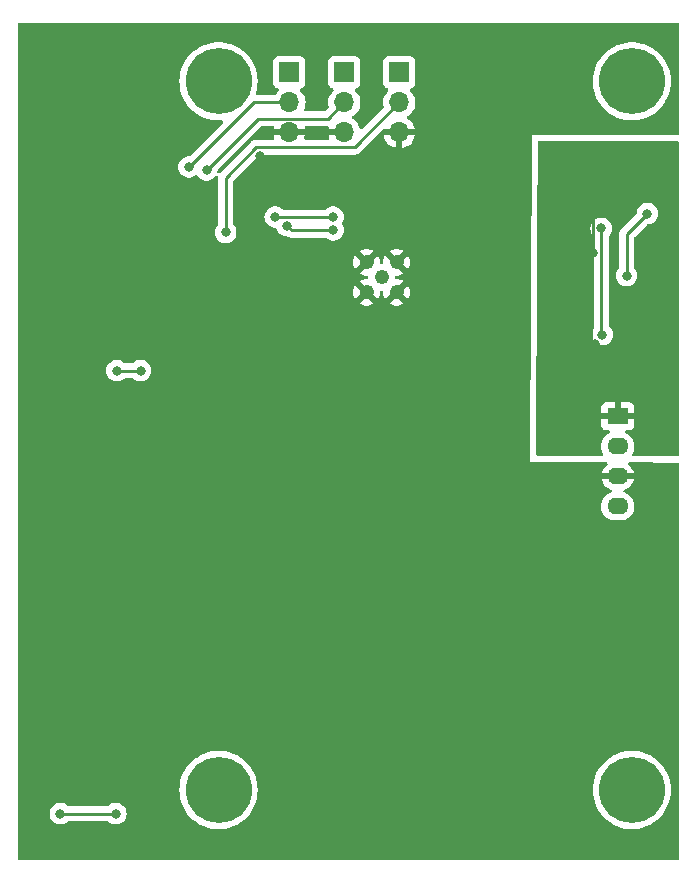
<source format=gbr>
%TF.GenerationSoftware,KiCad,Pcbnew,7.0.9*%
%TF.CreationDate,2024-10-15T17:16:27-06:00*%
%TF.ProjectId,i2c_mux,6932635f-6d75-4782-9e6b-696361645f70,rev?*%
%TF.SameCoordinates,Original*%
%TF.FileFunction,Copper,L2,Bot*%
%TF.FilePolarity,Positive*%
%FSLAX46Y46*%
G04 Gerber Fmt 4.6, Leading zero omitted, Abs format (unit mm)*
G04 Created by KiCad (PCBNEW 7.0.9) date 2024-10-15 17:16:27*
%MOMM*%
%LPD*%
G01*
G04 APERTURE LIST*
%TA.AperFunction,ComponentPad*%
%ADD10C,1.240000*%
%TD*%
%TA.AperFunction,ComponentPad*%
%ADD11R,1.800000X1.400000*%
%TD*%
%TA.AperFunction,ComponentPad*%
%ADD12O,1.800000X1.400000*%
%TD*%
%TA.AperFunction,ComponentPad*%
%ADD13C,5.600000*%
%TD*%
%TA.AperFunction,ComponentPad*%
%ADD14R,1.700000X1.700000*%
%TD*%
%TA.AperFunction,ComponentPad*%
%ADD15O,1.700000X1.700000*%
%TD*%
%TA.AperFunction,ViaPad*%
%ADD16C,0.800000*%
%TD*%
%TA.AperFunction,Conductor*%
%ADD17C,0.250000*%
%TD*%
G04 APERTURE END LIST*
D10*
%TO.P,J11,1,In*%
%TO.N,VCC*%
X118800000Y-81600000D03*
%TO.P,J11,2,Ext*%
%TO.N,GND*%
X117530000Y-80330000D03*
X117530000Y-82870000D03*
X120070000Y-80330000D03*
X120070000Y-82870000D03*
%TD*%
D11*
%TO.P,PS1,1,-Vin*%
%TO.N,GNDPWR*%
X138800000Y-93350000D03*
D12*
%TO.P,PS1,2,+Vin*%
%TO.N,Net-(PS1-+Vin)*%
X138800000Y-95890000D03*
%TO.P,PS1,3,0V*%
%TO.N,GND*%
X138800000Y-98430000D03*
%TO.P,PS1,4,+Vout*%
%TO.N,Net-(JP1-A)*%
X138800000Y-100970000D03*
%TD*%
D13*
%TO.P,H1,1*%
%TO.N,N/C*%
X105000000Y-65000000D03*
%TD*%
%TO.P,H2,1*%
%TO.N,N/C*%
X105000000Y-125000000D03*
%TD*%
%TO.P,H4,1*%
%TO.N,N/C*%
X140000000Y-65000000D03*
%TD*%
D14*
%TO.P,J12,1,Pin_1*%
%TO.N,VCC*%
X120300000Y-64250000D03*
D15*
%TO.P,J12,2,Pin_2*%
%TO.N,Net-(J12-Pin_2)*%
X120300000Y-66790000D03*
%TO.P,J12,3,Pin_3*%
%TO.N,GND*%
X120300000Y-69330000D03*
%TD*%
D13*
%TO.P,H3,1*%
%TO.N,N/C*%
X140000000Y-125000000D03*
%TD*%
D14*
%TO.P,J13,1,Pin_1*%
%TO.N,VCC*%
X111000000Y-64250000D03*
D15*
%TO.P,J13,2,Pin_2*%
%TO.N,Net-(J13-Pin_2)*%
X111000000Y-66790000D03*
%TO.P,J13,3,Pin_3*%
%TO.N,GND*%
X111000000Y-69330000D03*
%TD*%
D14*
%TO.P,J14,1,Pin_1*%
%TO.N,VCC*%
X115650000Y-64250000D03*
D15*
%TO.P,J14,2,Pin_2*%
%TO.N,Net-(J14-Pin_2)*%
X115650000Y-66790000D03*
%TO.P,J14,3,Pin_3*%
%TO.N,GND*%
X115650000Y-69330000D03*
%TD*%
D16*
%TO.N,GND*%
X94700000Y-89300000D03*
X105400000Y-103400000D03*
X94500000Y-71400000D03*
X94700000Y-125000000D03*
X94700000Y-98200000D03*
X94700000Y-107100000D03*
X102800000Y-95800000D03*
X106750000Y-76000000D03*
X125850000Y-74700000D03*
X94700000Y-116100000D03*
X108500000Y-71300000D03*
X94500000Y-80300000D03*
X94500000Y-62500000D03*
%TO.N,GNDPWR*%
X136675000Y-79550000D03*
X136900000Y-87250000D03*
X140570000Y-71560000D03*
X136700000Y-73950000D03*
%TO.N,VD*%
X137400000Y-77450000D03*
X137500000Y-86450000D03*
%TO.N,/Sheet626DA5AD/scl_in*%
X141300000Y-76200000D03*
X139550000Y-81450000D03*
%TO.N,/Sheet626DA5AD/scl*%
X110800000Y-77224500D03*
X114700000Y-77600000D03*
%TO.N,/Sheet626DA5AD/sda*%
X109800000Y-76500000D03*
X114700000Y-76500000D03*
%TO.N,Net-(J1-SDA)*%
X96300000Y-127000000D03*
X91600000Y-127000000D03*
%TO.N,Net-(J2-SDA)*%
X96400000Y-89500000D03*
X98400000Y-89500000D03*
%TO.N,Net-(J12-Pin_2)*%
X105600000Y-77800000D03*
%TO.N,Net-(J13-Pin_2)*%
X102500000Y-72250000D03*
%TO.N,Net-(J14-Pin_2)*%
X104000000Y-72500000D03*
%TD*%
D17*
%TO.N,GND*%
X94700000Y-98200000D02*
X94700000Y-107100000D01*
X94700000Y-125000000D02*
X94700000Y-116100000D01*
X94500000Y-71400000D02*
X94500000Y-80300000D01*
X94700000Y-107100000D02*
X94700000Y-116100000D01*
X94700000Y-89300000D02*
X94700000Y-98200000D01*
X94500000Y-80300000D02*
X94500000Y-89100000D01*
X94500000Y-62500000D02*
X94500000Y-71400000D01*
X94500000Y-89100000D02*
X94700000Y-89300000D01*
%TO.N,GNDPWR*%
X136900000Y-87250000D02*
X136500001Y-86850001D01*
X136500001Y-79724999D02*
X136675000Y-79550000D01*
X136675000Y-79550000D02*
X136675000Y-73975000D01*
X136675000Y-73975000D02*
X136700000Y-73950000D01*
X136500001Y-86850001D02*
X136500001Y-79724999D01*
%TO.N,VD*%
X137400000Y-77450000D02*
X137400000Y-86350000D01*
X137400000Y-86350000D02*
X137500000Y-86450000D01*
%TO.N,/Sheet626DA5AD/scl_in*%
X139550000Y-77950000D02*
X139550000Y-81450000D01*
X141300000Y-76200000D02*
X139550000Y-77950000D01*
%TO.N,/Sheet626DA5AD/scl*%
X111175500Y-77600000D02*
X114700000Y-77600000D01*
X110800000Y-77224500D02*
X111175500Y-77600000D01*
%TO.N,/Sheet626DA5AD/sda*%
X109800000Y-76500000D02*
X114700000Y-76500000D01*
%TO.N,Net-(J1-SDA)*%
X96300000Y-127000000D02*
X91600000Y-127000000D01*
%TO.N,Net-(J2-SDA)*%
X98400000Y-89500000D02*
X96400000Y-89500000D01*
%TO.N,Net-(J12-Pin_2)*%
X108199695Y-70575000D02*
X105600000Y-73174695D01*
X120300000Y-66790000D02*
X116515000Y-70575000D01*
X116515000Y-70575000D02*
X108199695Y-70575000D01*
X105600000Y-73174695D02*
X105600000Y-77800000D01*
%TO.N,Net-(J13-Pin_2)*%
X107960000Y-66790000D02*
X102500000Y-72250000D01*
X111000000Y-66790000D02*
X107960000Y-66790000D01*
%TO.N,Net-(J14-Pin_2)*%
X108345000Y-68155000D02*
X114285000Y-68155000D01*
X114285000Y-68155000D02*
X115650000Y-66790000D01*
X104000000Y-72500000D02*
X108345000Y-68155000D01*
%TD*%
%TA.AperFunction,Conductor*%
%TO.N,GND*%
G36*
X109652910Y-68808185D02*
G01*
X109698665Y-68860989D01*
X109708609Y-68930147D01*
X109705646Y-68944594D01*
X109669364Y-69079999D01*
X109669364Y-69080000D01*
X110566314Y-69080000D01*
X110540507Y-69120156D01*
X110500000Y-69258111D01*
X110500000Y-69401889D01*
X110540507Y-69539844D01*
X110566314Y-69580000D01*
X109669364Y-69580000D01*
X109724403Y-69785406D01*
X109722740Y-69855256D01*
X109683578Y-69913119D01*
X109619349Y-69940623D01*
X109604628Y-69941500D01*
X108283326Y-69941500D01*
X108267574Y-69939760D01*
X108267549Y-69940032D01*
X108259787Y-69939298D01*
X108259786Y-69939298D01*
X108189723Y-69941500D01*
X108159839Y-69941500D01*
X108159836Y-69941500D01*
X108159824Y-69941501D01*
X108152832Y-69942384D01*
X108147015Y-69942841D01*
X108099809Y-69944325D01*
X108099802Y-69944326D01*
X108080195Y-69950022D01*
X108061156Y-69953965D01*
X108040906Y-69956524D01*
X108040896Y-69956526D01*
X107996986Y-69973911D01*
X107991460Y-69975803D01*
X107946107Y-69988979D01*
X107946102Y-69988981D01*
X107928528Y-69999374D01*
X107911067Y-70007928D01*
X107892081Y-70015446D01*
X107892079Y-70015447D01*
X107853867Y-70043208D01*
X107848985Y-70046415D01*
X107808332Y-70070457D01*
X107793896Y-70084894D01*
X107779110Y-70097523D01*
X107762588Y-70109528D01*
X107762586Y-70109529D01*
X107762586Y-70109530D01*
X107762583Y-70109532D01*
X107732475Y-70145925D01*
X107728544Y-70150246D01*
X105211179Y-72667609D01*
X105198820Y-72677513D01*
X105198993Y-72677722D01*
X105192983Y-72682694D01*
X105145016Y-72733773D01*
X105123872Y-72754917D01*
X105123858Y-72754933D01*
X105119533Y-72760507D01*
X105115753Y-72764933D01*
X105108898Y-72772234D01*
X105048662Y-72807637D01*
X104978847Y-72804854D01*
X104921621Y-72764768D01*
X104895151Y-72700107D01*
X104895172Y-72674409D01*
X104910981Y-72523997D01*
X104937564Y-72459387D01*
X104946611Y-72449291D01*
X108571086Y-68824819D01*
X108632409Y-68791334D01*
X108658767Y-68788500D01*
X109585871Y-68788500D01*
X109652910Y-68808185D01*
G37*
%TD.AperFunction*%
%TA.AperFunction,Conductor*%
G36*
X114217113Y-68790238D02*
G01*
X114217139Y-68789968D01*
X114224905Y-68790701D01*
X114224909Y-68790702D01*
X114231455Y-68790496D01*
X114299080Y-68808064D01*
X114346472Y-68859405D01*
X114358584Y-68928216D01*
X114355127Y-68946528D01*
X114319363Y-69079999D01*
X114319364Y-69080000D01*
X115216314Y-69080000D01*
X115190507Y-69120156D01*
X115150000Y-69258111D01*
X115150000Y-69401889D01*
X115190507Y-69539844D01*
X115216314Y-69580000D01*
X114319364Y-69580000D01*
X114374403Y-69785406D01*
X114372740Y-69855256D01*
X114333578Y-69913119D01*
X114269349Y-69940623D01*
X114254628Y-69941500D01*
X112395372Y-69941500D01*
X112328333Y-69921815D01*
X112282578Y-69869011D01*
X112272634Y-69799853D01*
X112275597Y-69785406D01*
X112330636Y-69580000D01*
X111433686Y-69580000D01*
X111459493Y-69539844D01*
X111500000Y-69401889D01*
X111500000Y-69258111D01*
X111459493Y-69120156D01*
X111433686Y-69080000D01*
X112330636Y-69080000D01*
X112330635Y-69079999D01*
X112294354Y-68944594D01*
X112296017Y-68874744D01*
X112335179Y-68816881D01*
X112399408Y-68789377D01*
X112414129Y-68788500D01*
X114201366Y-68788500D01*
X114217113Y-68790238D01*
G37*
%TD.AperFunction*%
%TA.AperFunction,Conductor*%
G36*
X143917539Y-60045185D02*
G01*
X143963294Y-60097989D01*
X143974500Y-60149500D01*
X143974500Y-69426000D01*
X143954815Y-69493039D01*
X143902011Y-69538794D01*
X143850500Y-69550000D01*
X131499999Y-69550000D01*
X131349999Y-97199998D01*
X131350000Y-97200000D01*
X137813494Y-97241432D01*
X137880406Y-97261545D01*
X137925821Y-97314642D01*
X137935321Y-97383862D01*
X137905890Y-97447231D01*
X137887426Y-97464383D01*
X137788100Y-97539391D01*
X137638278Y-97703738D01*
X137521202Y-97892820D01*
X137521201Y-97892822D01*
X137440864Y-98100195D01*
X137425948Y-98180000D01*
X138366314Y-98180000D01*
X138340507Y-98220156D01*
X138300000Y-98358111D01*
X138300000Y-98501889D01*
X138340507Y-98639844D01*
X138366314Y-98680000D01*
X137425948Y-98680000D01*
X137440864Y-98759804D01*
X137521201Y-98967177D01*
X137521202Y-98967179D01*
X137638278Y-99156261D01*
X137788099Y-99320608D01*
X137965574Y-99454631D01*
X138164651Y-99553760D01*
X138164650Y-99553760D01*
X138243457Y-99576182D01*
X138302551Y-99613461D01*
X138332109Y-99676770D01*
X138322748Y-99746010D01*
X138277438Y-99799197D01*
X138242514Y-99814980D01*
X138173653Y-99833984D01*
X138173643Y-99833988D01*
X137977659Y-99928368D01*
X137977649Y-99928374D01*
X137801672Y-100056229D01*
X137801664Y-100056235D01*
X137651338Y-100213464D01*
X137531498Y-100395016D01*
X137531495Y-100395022D01*
X137446004Y-100595035D01*
X137446000Y-100595048D01*
X137397596Y-100807119D01*
X137397596Y-100807123D01*
X137387837Y-101024438D01*
X137417037Y-101240004D01*
X137417038Y-101240007D01*
X137484259Y-101446892D01*
X137587339Y-101638447D01*
X137587341Y-101638450D01*
X137722969Y-101808522D01*
X137886786Y-101951646D01*
X137886787Y-101951647D01*
X137886790Y-101951649D01*
X138073532Y-102063222D01*
X138277195Y-102139658D01*
X138491229Y-102178500D01*
X138491233Y-102178500D01*
X139054270Y-102178500D01*
X139054276Y-102178500D01*
X139206579Y-102164792D01*
X139216659Y-102163885D01*
X139426341Y-102106017D01*
X139426346Y-102106014D01*
X139426353Y-102106013D01*
X139622344Y-102011629D01*
X139798333Y-101883766D01*
X139948663Y-101726533D01*
X140068501Y-101544985D01*
X140153998Y-101344957D01*
X140202404Y-101132877D01*
X140212163Y-100915562D01*
X140182963Y-100699996D01*
X140115741Y-100493109D01*
X140012659Y-100301550D01*
X139942415Y-100213467D01*
X139877030Y-100131477D01*
X139713213Y-99988353D01*
X139612815Y-99928368D01*
X139526468Y-99876778D01*
X139460734Y-99852107D01*
X139350171Y-99810612D01*
X139294323Y-99768626D01*
X139270040Y-99703112D01*
X139285032Y-99634870D01*
X139334538Y-99585565D01*
X139359810Y-99575252D01*
X139435347Y-99553761D01*
X139435348Y-99553760D01*
X139634425Y-99454631D01*
X139811900Y-99320608D01*
X139961721Y-99156261D01*
X140078797Y-98967179D01*
X140078798Y-98967177D01*
X140159135Y-98759804D01*
X140174052Y-98680000D01*
X139233686Y-98680000D01*
X139259493Y-98639844D01*
X139300000Y-98501889D01*
X139300000Y-98358111D01*
X139259493Y-98220156D01*
X139233686Y-98180000D01*
X140174052Y-98180000D01*
X140159135Y-98100195D01*
X140078798Y-97892822D01*
X140078797Y-97892820D01*
X139961721Y-97703738D01*
X139811899Y-97539391D01*
X139729477Y-97477148D01*
X139687841Y-97421039D01*
X139683150Y-97351327D01*
X139716892Y-97290145D01*
X139778356Y-97256918D01*
X139804987Y-97254198D01*
X143851297Y-97280135D01*
X143918207Y-97300248D01*
X143963622Y-97353345D01*
X143974500Y-97404132D01*
X143974500Y-130850500D01*
X143954815Y-130917539D01*
X143902011Y-130963294D01*
X143850500Y-130974500D01*
X88149500Y-130974500D01*
X88082461Y-130954815D01*
X88036706Y-130902011D01*
X88025500Y-130850500D01*
X88025500Y-127000000D01*
X90686496Y-127000000D01*
X90706458Y-127189928D01*
X90706459Y-127189931D01*
X90765470Y-127371549D01*
X90765473Y-127371556D01*
X90860960Y-127536944D01*
X90988747Y-127678866D01*
X91143248Y-127791118D01*
X91317712Y-127868794D01*
X91504513Y-127908500D01*
X91695487Y-127908500D01*
X91882288Y-127868794D01*
X92056752Y-127791118D01*
X92211253Y-127678866D01*
X92215160Y-127674527D01*
X92274646Y-127637879D01*
X92307309Y-127633500D01*
X95592691Y-127633500D01*
X95659730Y-127653185D01*
X95684840Y-127674527D01*
X95688747Y-127678866D01*
X95843248Y-127791118D01*
X96017712Y-127868794D01*
X96204513Y-127908500D01*
X96395487Y-127908500D01*
X96582288Y-127868794D01*
X96756752Y-127791118D01*
X96911253Y-127678866D01*
X97039040Y-127536944D01*
X97134527Y-127371556D01*
X97193542Y-127189928D01*
X97213504Y-127000000D01*
X97193542Y-126810072D01*
X97134527Y-126628444D01*
X97039040Y-126463056D01*
X96911253Y-126321134D01*
X96756752Y-126208882D01*
X96582288Y-126131206D01*
X96582286Y-126131205D01*
X96395487Y-126091500D01*
X96204513Y-126091500D01*
X96017714Y-126131205D01*
X95843246Y-126208883D01*
X95688745Y-126321135D01*
X95684840Y-126325473D01*
X95625354Y-126362121D01*
X95592691Y-126366500D01*
X92307309Y-126366500D01*
X92240270Y-126346815D01*
X92215160Y-126325473D01*
X92211254Y-126321135D01*
X92056753Y-126208883D01*
X92056752Y-126208882D01*
X91882288Y-126131206D01*
X91882286Y-126131205D01*
X91695487Y-126091500D01*
X91504513Y-126091500D01*
X91317714Y-126131205D01*
X91143246Y-126208883D01*
X90988745Y-126321135D01*
X90860959Y-126463057D01*
X90765473Y-126628443D01*
X90765470Y-126628450D01*
X90706459Y-126810068D01*
X90706458Y-126810072D01*
X90686496Y-127000000D01*
X88025500Y-127000000D01*
X88025500Y-125000002D01*
X101686641Y-125000002D01*
X101706063Y-125358234D01*
X101764106Y-125712279D01*
X101764107Y-125712282D01*
X101860082Y-126057955D01*
X101860083Y-126057957D01*
X101992872Y-126391233D01*
X101992881Y-126391251D01*
X102160928Y-126708220D01*
X102160929Y-126708223D01*
X102362256Y-127005157D01*
X102362264Y-127005167D01*
X102519204Y-127189931D01*
X102594516Y-127278595D01*
X102854977Y-127525317D01*
X103140586Y-127742431D01*
X103447995Y-127927393D01*
X103447997Y-127927394D01*
X103447999Y-127927395D01*
X103448003Y-127927397D01*
X103773588Y-128078028D01*
X103773599Y-128078033D01*
X104113583Y-128192587D01*
X104463958Y-128269711D01*
X104820618Y-128308500D01*
X104820624Y-128308500D01*
X105179376Y-128308500D01*
X105179382Y-128308500D01*
X105536042Y-128269711D01*
X105886417Y-128192587D01*
X106226401Y-128078033D01*
X106552005Y-127927393D01*
X106859414Y-127742431D01*
X107145023Y-127525317D01*
X107405484Y-127278595D01*
X107637742Y-127005159D01*
X107839075Y-126708215D01*
X108007123Y-126391243D01*
X108139915Y-126057961D01*
X108235895Y-125712274D01*
X108293936Y-125358237D01*
X108313359Y-125000002D01*
X136686641Y-125000002D01*
X136706063Y-125358234D01*
X136764106Y-125712279D01*
X136764107Y-125712282D01*
X136860082Y-126057955D01*
X136860083Y-126057957D01*
X136992872Y-126391233D01*
X136992881Y-126391251D01*
X137160928Y-126708220D01*
X137160929Y-126708223D01*
X137362256Y-127005157D01*
X137362264Y-127005167D01*
X137519204Y-127189931D01*
X137594516Y-127278595D01*
X137854977Y-127525317D01*
X138140586Y-127742431D01*
X138447995Y-127927393D01*
X138447997Y-127927394D01*
X138447999Y-127927395D01*
X138448003Y-127927397D01*
X138773588Y-128078028D01*
X138773599Y-128078033D01*
X139113583Y-128192587D01*
X139463958Y-128269711D01*
X139820618Y-128308500D01*
X139820624Y-128308500D01*
X140179376Y-128308500D01*
X140179382Y-128308500D01*
X140536042Y-128269711D01*
X140886417Y-128192587D01*
X141226401Y-128078033D01*
X141552005Y-127927393D01*
X141859414Y-127742431D01*
X142145023Y-127525317D01*
X142405484Y-127278595D01*
X142637742Y-127005159D01*
X142839075Y-126708215D01*
X143007123Y-126391243D01*
X143139915Y-126057961D01*
X143235895Y-125712274D01*
X143293936Y-125358237D01*
X143313359Y-125000000D01*
X143293936Y-124641763D01*
X143235895Y-124287726D01*
X143192673Y-124132057D01*
X143139917Y-123942044D01*
X143139916Y-123942042D01*
X143007127Y-123608766D01*
X143007118Y-123608748D01*
X142839075Y-123291785D01*
X142839071Y-123291779D01*
X142839070Y-123291776D01*
X142637743Y-122994842D01*
X142637735Y-122994832D01*
X142405491Y-122721413D01*
X142405486Y-122721407D01*
X142405484Y-122721405D01*
X142145023Y-122474683D01*
X142145016Y-122474677D01*
X142145013Y-122474675D01*
X142077266Y-122423175D01*
X141859414Y-122257569D01*
X141552005Y-122072607D01*
X141552004Y-122072606D01*
X141552000Y-122072604D01*
X141551996Y-122072602D01*
X141226411Y-121921971D01*
X141226406Y-121921969D01*
X141226401Y-121921967D01*
X141060678Y-121866128D01*
X140886416Y-121807412D01*
X140536040Y-121730288D01*
X140179383Y-121691500D01*
X140179382Y-121691500D01*
X139820618Y-121691500D01*
X139820616Y-121691500D01*
X139463959Y-121730288D01*
X139113583Y-121807412D01*
X138850768Y-121895965D01*
X138773599Y-121921967D01*
X138773596Y-121921968D01*
X138773588Y-121921971D01*
X138448003Y-122072602D01*
X138447999Y-122072604D01*
X138219061Y-122210351D01*
X138140586Y-122257569D01*
X138052060Y-122324864D01*
X137854986Y-122474675D01*
X137854977Y-122474683D01*
X137594513Y-122721407D01*
X137594508Y-122721413D01*
X137362264Y-122994832D01*
X137362256Y-122994842D01*
X137160929Y-123291776D01*
X137160928Y-123291779D01*
X136992881Y-123608748D01*
X136992872Y-123608766D01*
X136860083Y-123942042D01*
X136860082Y-123942044D01*
X136764107Y-124287717D01*
X136764106Y-124287720D01*
X136706063Y-124641765D01*
X136686641Y-124999997D01*
X136686641Y-125000002D01*
X108313359Y-125000002D01*
X108313359Y-125000000D01*
X108293936Y-124641763D01*
X108235895Y-124287726D01*
X108192673Y-124132057D01*
X108139917Y-123942044D01*
X108139916Y-123942042D01*
X108007127Y-123608766D01*
X108007118Y-123608748D01*
X107839075Y-123291785D01*
X107839071Y-123291779D01*
X107839070Y-123291776D01*
X107637743Y-122994842D01*
X107637735Y-122994832D01*
X107405491Y-122721413D01*
X107405486Y-122721407D01*
X107405484Y-122721405D01*
X107145023Y-122474683D01*
X107145016Y-122474677D01*
X107145013Y-122474675D01*
X107077266Y-122423175D01*
X106859414Y-122257569D01*
X106552005Y-122072607D01*
X106552004Y-122072606D01*
X106552000Y-122072604D01*
X106551996Y-122072602D01*
X106226411Y-121921971D01*
X106226406Y-121921969D01*
X106226401Y-121921967D01*
X106060678Y-121866128D01*
X105886416Y-121807412D01*
X105536040Y-121730288D01*
X105179383Y-121691500D01*
X105179382Y-121691500D01*
X104820618Y-121691500D01*
X104820616Y-121691500D01*
X104463959Y-121730288D01*
X104113583Y-121807412D01*
X103850768Y-121895965D01*
X103773599Y-121921967D01*
X103773596Y-121921968D01*
X103773588Y-121921971D01*
X103448003Y-122072602D01*
X103447999Y-122072604D01*
X103219061Y-122210351D01*
X103140586Y-122257569D01*
X103052060Y-122324864D01*
X102854986Y-122474675D01*
X102854977Y-122474683D01*
X102594513Y-122721407D01*
X102594508Y-122721413D01*
X102362264Y-122994832D01*
X102362256Y-122994842D01*
X102160929Y-123291776D01*
X102160928Y-123291779D01*
X101992881Y-123608748D01*
X101992872Y-123608766D01*
X101860083Y-123942042D01*
X101860082Y-123942044D01*
X101764107Y-124287717D01*
X101764106Y-124287720D01*
X101706063Y-124641765D01*
X101686641Y-124999997D01*
X101686641Y-125000002D01*
X88025500Y-125000002D01*
X88025500Y-89500000D01*
X95486496Y-89500000D01*
X95506458Y-89689928D01*
X95506459Y-89689931D01*
X95565470Y-89871549D01*
X95565473Y-89871556D01*
X95660960Y-90036944D01*
X95788747Y-90178866D01*
X95943248Y-90291118D01*
X96117712Y-90368794D01*
X96304513Y-90408500D01*
X96495487Y-90408500D01*
X96682288Y-90368794D01*
X96856752Y-90291118D01*
X97011253Y-90178866D01*
X97015160Y-90174527D01*
X97074646Y-90137879D01*
X97107309Y-90133500D01*
X97692691Y-90133500D01*
X97759730Y-90153185D01*
X97784840Y-90174527D01*
X97788747Y-90178866D01*
X97943248Y-90291118D01*
X98117712Y-90368794D01*
X98304513Y-90408500D01*
X98495487Y-90408500D01*
X98682288Y-90368794D01*
X98856752Y-90291118D01*
X99011253Y-90178866D01*
X99139040Y-90036944D01*
X99234527Y-89871556D01*
X99293542Y-89689928D01*
X99313504Y-89500000D01*
X99293542Y-89310072D01*
X99234527Y-89128444D01*
X99139040Y-88963056D01*
X99011253Y-88821134D01*
X98856752Y-88708882D01*
X98682288Y-88631206D01*
X98682286Y-88631205D01*
X98495487Y-88591500D01*
X98304513Y-88591500D01*
X98117714Y-88631205D01*
X97943246Y-88708883D01*
X97788745Y-88821135D01*
X97784840Y-88825473D01*
X97725354Y-88862121D01*
X97692691Y-88866500D01*
X97107309Y-88866500D01*
X97040270Y-88846815D01*
X97015160Y-88825473D01*
X97011254Y-88821135D01*
X96856753Y-88708883D01*
X96856752Y-88708882D01*
X96682288Y-88631206D01*
X96682286Y-88631205D01*
X96495487Y-88591500D01*
X96304513Y-88591500D01*
X96117714Y-88631205D01*
X95943246Y-88708883D01*
X95788745Y-88821135D01*
X95660959Y-88963057D01*
X95565473Y-89128443D01*
X95565470Y-89128450D01*
X95506459Y-89310068D01*
X95506458Y-89310072D01*
X95486496Y-89500000D01*
X88025500Y-89500000D01*
X88025500Y-82870000D01*
X116405202Y-82870000D01*
X116424353Y-83076676D01*
X116481158Y-83276327D01*
X116573673Y-83462123D01*
X116573681Y-83462136D01*
X116578254Y-83468191D01*
X117114565Y-82931880D01*
X117125577Y-83001405D01*
X117185978Y-83119947D01*
X117280053Y-83214022D01*
X117398595Y-83274423D01*
X117468118Y-83285434D01*
X116934785Y-83818767D01*
X116934785Y-83818768D01*
X117028625Y-83876872D01*
X117028634Y-83876877D01*
X117222186Y-83951859D01*
X117426219Y-83990000D01*
X117633781Y-83990000D01*
X117837813Y-83951859D01*
X117837814Y-83951859D01*
X118031370Y-83876875D01*
X118125214Y-83818768D01*
X118125214Y-83818767D01*
X117591881Y-83285434D01*
X117661405Y-83274423D01*
X117779947Y-83214022D01*
X117874022Y-83119947D01*
X117934423Y-83001405D01*
X117945434Y-82931880D01*
X118481744Y-83468190D01*
X118481745Y-83468190D01*
X118486324Y-83462127D01*
X118486326Y-83462124D01*
X118578840Y-83276330D01*
X118578841Y-83276329D01*
X118635646Y-83076676D01*
X118654798Y-82870000D01*
X118654798Y-82869993D01*
X118654237Y-82863937D01*
X118667654Y-82795368D01*
X118716012Y-82744938D01*
X118777708Y-82728500D01*
X118822292Y-82728500D01*
X118889331Y-82748185D01*
X118935086Y-82800989D01*
X118945763Y-82863937D01*
X118945202Y-82869993D01*
X118945202Y-82870000D01*
X118964353Y-83076676D01*
X119021158Y-83276327D01*
X119113673Y-83462123D01*
X119113681Y-83462136D01*
X119118254Y-83468191D01*
X119654565Y-82931880D01*
X119665577Y-83001405D01*
X119725978Y-83119947D01*
X119820053Y-83214022D01*
X119938595Y-83274423D01*
X120008118Y-83285434D01*
X119474785Y-83818767D01*
X119474785Y-83818768D01*
X119568625Y-83876872D01*
X119568634Y-83876877D01*
X119762186Y-83951859D01*
X119966219Y-83990000D01*
X120173781Y-83990000D01*
X120377813Y-83951859D01*
X120377814Y-83951859D01*
X120571370Y-83876875D01*
X120665214Y-83818768D01*
X120665214Y-83818767D01*
X120131881Y-83285434D01*
X120201405Y-83274423D01*
X120319947Y-83214022D01*
X120414022Y-83119947D01*
X120474423Y-83001405D01*
X120485434Y-82931881D01*
X121021744Y-83468190D01*
X121021745Y-83468190D01*
X121026324Y-83462127D01*
X121026326Y-83462124D01*
X121118840Y-83276330D01*
X121118841Y-83276329D01*
X121175646Y-83076676D01*
X121194798Y-82870000D01*
X121194798Y-82869999D01*
X121175646Y-82663323D01*
X121118841Y-82463670D01*
X121118840Y-82463669D01*
X121026328Y-82277879D01*
X121026324Y-82277873D01*
X121021744Y-82271808D01*
X120485434Y-82808118D01*
X120474423Y-82738595D01*
X120414022Y-82620053D01*
X120319947Y-82525978D01*
X120201405Y-82465577D01*
X120131881Y-82454565D01*
X120665214Y-81921231D01*
X120665213Y-81921229D01*
X120571374Y-81863126D01*
X120377813Y-81788140D01*
X120173781Y-81750000D01*
X120055457Y-81750000D01*
X119988418Y-81730315D01*
X119942663Y-81677511D01*
X119931986Y-81614559D01*
X119933335Y-81600000D01*
X119933335Y-81599999D01*
X119931986Y-81585441D01*
X119945401Y-81516871D01*
X119993758Y-81466440D01*
X120055457Y-81450000D01*
X120173781Y-81450000D01*
X120377813Y-81411859D01*
X120377814Y-81411859D01*
X120571370Y-81336875D01*
X120665214Y-81278768D01*
X120665214Y-81278767D01*
X120131881Y-80745434D01*
X120201405Y-80734423D01*
X120319947Y-80674022D01*
X120414022Y-80579947D01*
X120474423Y-80461405D01*
X120485434Y-80391881D01*
X121021744Y-80928190D01*
X121021745Y-80928190D01*
X121026324Y-80922127D01*
X121026326Y-80922124D01*
X121118840Y-80736330D01*
X121118841Y-80736329D01*
X121175646Y-80536676D01*
X121194798Y-80330000D01*
X121194798Y-80329999D01*
X121175646Y-80123323D01*
X121118841Y-79923670D01*
X121118840Y-79923669D01*
X121026328Y-79737879D01*
X121026324Y-79737873D01*
X121021744Y-79731808D01*
X120485434Y-80268118D01*
X120474423Y-80198595D01*
X120414022Y-80080053D01*
X120319947Y-79985978D01*
X120201405Y-79925577D01*
X120131881Y-79914565D01*
X120665214Y-79381231D01*
X120665213Y-79381229D01*
X120571374Y-79323126D01*
X120377813Y-79248140D01*
X120173781Y-79210000D01*
X119966219Y-79210000D01*
X119762186Y-79248140D01*
X119762185Y-79248140D01*
X119568634Y-79323121D01*
X119568633Y-79323122D01*
X119474784Y-79381231D01*
X120008119Y-79914565D01*
X119938595Y-79925577D01*
X119820053Y-79985978D01*
X119725978Y-80080053D01*
X119665577Y-80198595D01*
X119654565Y-80268118D01*
X119118254Y-79731807D01*
X119118253Y-79731808D01*
X119113679Y-79737866D01*
X119113675Y-79737872D01*
X119021158Y-79923672D01*
X118964353Y-80123323D01*
X118945202Y-80329999D01*
X118945202Y-80330006D01*
X118945763Y-80336063D01*
X118932346Y-80404632D01*
X118883988Y-80455062D01*
X118822292Y-80471500D01*
X118777708Y-80471500D01*
X118710669Y-80451815D01*
X118664914Y-80399011D01*
X118654237Y-80336063D01*
X118654798Y-80330006D01*
X118654798Y-80329999D01*
X118635646Y-80123323D01*
X118578841Y-79923670D01*
X118578840Y-79923669D01*
X118486328Y-79737879D01*
X118486324Y-79737873D01*
X118481744Y-79731808D01*
X117945434Y-80268117D01*
X117934423Y-80198595D01*
X117874022Y-80080053D01*
X117779947Y-79985978D01*
X117661405Y-79925577D01*
X117591881Y-79914565D01*
X118125214Y-79381231D01*
X118125213Y-79381229D01*
X118031374Y-79323126D01*
X117837813Y-79248140D01*
X117633781Y-79210000D01*
X117426219Y-79210000D01*
X117222186Y-79248140D01*
X117222185Y-79248140D01*
X117028634Y-79323121D01*
X117028633Y-79323122D01*
X116934784Y-79381231D01*
X117468119Y-79914565D01*
X117398595Y-79925577D01*
X117280053Y-79985978D01*
X117185978Y-80080053D01*
X117125577Y-80198595D01*
X117114565Y-80268118D01*
X116578254Y-79731807D01*
X116578253Y-79731808D01*
X116573679Y-79737866D01*
X116573675Y-79737872D01*
X116481158Y-79923672D01*
X116424353Y-80123323D01*
X116405202Y-80329999D01*
X116405202Y-80330000D01*
X116424353Y-80536676D01*
X116481158Y-80736327D01*
X116573673Y-80922123D01*
X116573681Y-80922136D01*
X116578254Y-80928191D01*
X117114565Y-80391880D01*
X117125577Y-80461405D01*
X117185978Y-80579947D01*
X117280053Y-80674022D01*
X117398595Y-80734423D01*
X117468117Y-80745434D01*
X116934785Y-81278767D01*
X116934785Y-81278768D01*
X117028625Y-81336872D01*
X117028634Y-81336877D01*
X117222186Y-81411859D01*
X117426219Y-81450000D01*
X117544543Y-81450000D01*
X117611582Y-81469685D01*
X117657337Y-81522489D01*
X117668014Y-81585441D01*
X117666665Y-81599999D01*
X117666665Y-81600000D01*
X117668014Y-81614559D01*
X117654599Y-81683129D01*
X117606242Y-81733560D01*
X117544543Y-81750000D01*
X117426219Y-81750000D01*
X117222186Y-81788140D01*
X117222185Y-81788140D01*
X117028634Y-81863121D01*
X117028633Y-81863122D01*
X116934784Y-81921231D01*
X117468118Y-82454565D01*
X117398595Y-82465577D01*
X117280053Y-82525978D01*
X117185978Y-82620053D01*
X117125577Y-82738595D01*
X117114565Y-82808118D01*
X116578254Y-82271807D01*
X116578253Y-82271808D01*
X116573679Y-82277866D01*
X116573675Y-82277872D01*
X116481158Y-82463672D01*
X116424353Y-82663323D01*
X116405202Y-82869999D01*
X116405202Y-82870000D01*
X88025500Y-82870000D01*
X88025500Y-72250000D01*
X101586496Y-72250000D01*
X101606458Y-72439928D01*
X101606459Y-72439931D01*
X101665470Y-72621549D01*
X101665473Y-72621556D01*
X101760960Y-72786944D01*
X101888747Y-72928866D01*
X102043248Y-73041118D01*
X102217712Y-73118794D01*
X102404513Y-73158500D01*
X102595487Y-73158500D01*
X102782288Y-73118794D01*
X102956752Y-73041118D01*
X103061346Y-72965125D01*
X103127151Y-72941645D01*
X103195205Y-72957470D01*
X103241618Y-73003443D01*
X103260960Y-73036944D01*
X103388747Y-73178866D01*
X103543248Y-73291118D01*
X103717712Y-73368794D01*
X103904513Y-73408500D01*
X104095487Y-73408500D01*
X104282288Y-73368794D01*
X104456752Y-73291118D01*
X104611253Y-73178866D01*
X104739040Y-73036944D01*
X104739043Y-73036937D01*
X104742183Y-73032618D01*
X104797514Y-72989953D01*
X104867127Y-72983975D01*
X104928922Y-73016582D01*
X104963278Y-73077422D01*
X104966500Y-73105505D01*
X104966500Y-73115079D01*
X104964973Y-73134478D01*
X104961780Y-73154636D01*
X104961780Y-73154637D01*
X104966225Y-73201661D01*
X104966500Y-73207499D01*
X104966500Y-77098241D01*
X104946815Y-77165280D01*
X104934650Y-77181213D01*
X104860963Y-77263050D01*
X104860958Y-77263057D01*
X104765473Y-77428443D01*
X104765470Y-77428450D01*
X104706459Y-77610068D01*
X104706458Y-77610072D01*
X104686496Y-77800000D01*
X104706458Y-77989928D01*
X104706459Y-77989931D01*
X104765470Y-78171549D01*
X104765473Y-78171556D01*
X104860960Y-78336944D01*
X104988747Y-78478866D01*
X105143248Y-78591118D01*
X105317712Y-78668794D01*
X105504513Y-78708500D01*
X105695487Y-78708500D01*
X105882288Y-78668794D01*
X106056752Y-78591118D01*
X106211253Y-78478866D01*
X106339040Y-78336944D01*
X106434527Y-78171556D01*
X106493542Y-77989928D01*
X106513504Y-77800000D01*
X106493542Y-77610072D01*
X106434527Y-77428444D01*
X106355242Y-77291118D01*
X106339041Y-77263057D01*
X106339036Y-77263050D01*
X106265350Y-77181213D01*
X106235120Y-77118221D01*
X106233500Y-77098241D01*
X106233500Y-76500000D01*
X108886496Y-76500000D01*
X108906458Y-76689928D01*
X108906459Y-76689931D01*
X108965470Y-76871549D01*
X108965473Y-76871556D01*
X109060960Y-77036944D01*
X109188747Y-77178866D01*
X109343248Y-77291118D01*
X109517712Y-77368794D01*
X109704513Y-77408500D01*
X109814441Y-77408500D01*
X109881480Y-77428185D01*
X109927235Y-77480989D01*
X109932372Y-77494182D01*
X109965470Y-77596050D01*
X109965473Y-77596056D01*
X110060960Y-77761444D01*
X110188747Y-77903366D01*
X110343248Y-78015618D01*
X110517712Y-78093294D01*
X110704513Y-78133000D01*
X110788446Y-78133000D01*
X110842723Y-78147848D01*
X110843300Y-78146515D01*
X110893798Y-78168367D01*
X110899045Y-78170937D01*
X110940440Y-78193695D01*
X110960218Y-78198773D01*
X110978619Y-78205073D01*
X110997355Y-78213181D01*
X111041862Y-78220229D01*
X111044003Y-78220569D01*
X111049712Y-78221751D01*
X111095470Y-78233500D01*
X111115884Y-78233500D01*
X111135283Y-78235027D01*
X111155443Y-78238220D01*
X111202466Y-78233775D01*
X111208304Y-78233500D01*
X113992691Y-78233500D01*
X114059730Y-78253185D01*
X114084840Y-78274527D01*
X114088747Y-78278866D01*
X114243248Y-78391118D01*
X114417712Y-78468794D01*
X114604513Y-78508500D01*
X114795487Y-78508500D01*
X114982288Y-78468794D01*
X115156752Y-78391118D01*
X115311253Y-78278866D01*
X115439040Y-78136944D01*
X115534527Y-77971556D01*
X115593542Y-77789928D01*
X115613504Y-77600000D01*
X115593542Y-77410072D01*
X115534527Y-77228444D01*
X115467298Y-77112000D01*
X115450825Y-77044100D01*
X115467298Y-76988000D01*
X115474020Y-76976355D01*
X115534527Y-76871556D01*
X115593542Y-76689928D01*
X115613504Y-76500000D01*
X115593542Y-76310072D01*
X115534527Y-76128444D01*
X115439040Y-75963056D01*
X115311253Y-75821134D01*
X115156752Y-75708882D01*
X114982288Y-75631206D01*
X114982286Y-75631205D01*
X114795487Y-75591500D01*
X114604513Y-75591500D01*
X114417714Y-75631205D01*
X114243246Y-75708883D01*
X114088745Y-75821135D01*
X114084840Y-75825473D01*
X114025354Y-75862121D01*
X113992691Y-75866500D01*
X110507309Y-75866500D01*
X110440270Y-75846815D01*
X110415160Y-75825473D01*
X110411254Y-75821135D01*
X110256753Y-75708883D01*
X110256752Y-75708882D01*
X110082288Y-75631206D01*
X110082286Y-75631205D01*
X109895487Y-75591500D01*
X109704513Y-75591500D01*
X109517714Y-75631205D01*
X109343246Y-75708883D01*
X109188745Y-75821135D01*
X109060959Y-75963057D01*
X108965473Y-76128443D01*
X108965470Y-76128450D01*
X108937048Y-76215925D01*
X108906458Y-76310072D01*
X108886496Y-76500000D01*
X106233500Y-76500000D01*
X106233500Y-73488461D01*
X106253185Y-73421422D01*
X106269819Y-73400780D01*
X108425781Y-71244819D01*
X108487104Y-71211334D01*
X108513462Y-71208500D01*
X116431366Y-71208500D01*
X116447113Y-71210238D01*
X116447139Y-71209968D01*
X116454905Y-71210701D01*
X116454909Y-71210702D01*
X116524958Y-71208500D01*
X116554856Y-71208500D01*
X116554857Y-71208500D01*
X116556222Y-71208327D01*
X116561862Y-71207614D01*
X116567685Y-71207156D01*
X116593708Y-71206338D01*
X116614890Y-71205673D01*
X116624681Y-71202827D01*
X116634481Y-71199980D01*
X116653538Y-71196032D01*
X116673797Y-71193474D01*
X116717721Y-71176082D01*
X116723221Y-71174199D01*
X116768593Y-71161018D01*
X116786165Y-71150625D01*
X116803632Y-71142068D01*
X116822617Y-71134552D01*
X116860826Y-71106790D01*
X116865704Y-71103585D01*
X116906362Y-71079542D01*
X116920802Y-71065100D01*
X116935592Y-71052470D01*
X116952107Y-71040472D01*
X116982222Y-71004067D01*
X116986126Y-70999776D01*
X118869585Y-69116317D01*
X118930906Y-69082834D01*
X118957264Y-69080000D01*
X119866314Y-69080000D01*
X119840507Y-69120156D01*
X119800000Y-69258111D01*
X119800000Y-69401889D01*
X119840507Y-69539844D01*
X119866314Y-69580000D01*
X118969364Y-69580000D01*
X119026567Y-69793486D01*
X119026570Y-69793492D01*
X119126399Y-70007578D01*
X119261894Y-70201082D01*
X119428917Y-70368105D01*
X119622421Y-70503600D01*
X119836507Y-70603429D01*
X119836516Y-70603433D01*
X120050000Y-70660634D01*
X120050000Y-69765501D01*
X120157685Y-69814680D01*
X120264237Y-69830000D01*
X120335763Y-69830000D01*
X120442315Y-69814680D01*
X120550000Y-69765501D01*
X120550000Y-70660633D01*
X120763483Y-70603433D01*
X120763492Y-70603429D01*
X120977578Y-70503600D01*
X121171082Y-70368105D01*
X121338105Y-70201082D01*
X121473600Y-70007578D01*
X121573429Y-69793492D01*
X121573432Y-69793486D01*
X121630636Y-69580000D01*
X120733686Y-69580000D01*
X120759493Y-69539844D01*
X120800000Y-69401889D01*
X120800000Y-69258111D01*
X120759493Y-69120156D01*
X120733686Y-69080000D01*
X121630636Y-69080000D01*
X121630635Y-69079999D01*
X121573432Y-68866513D01*
X121573429Y-68866507D01*
X121473600Y-68652422D01*
X121473599Y-68652420D01*
X121338113Y-68458926D01*
X121338108Y-68458920D01*
X121171082Y-68291894D01*
X120990197Y-68165236D01*
X120946572Y-68110659D01*
X120939380Y-68041160D01*
X120970902Y-67978806D01*
X121002300Y-67954608D01*
X121045576Y-67931189D01*
X121223240Y-67792906D01*
X121375722Y-67627268D01*
X121498860Y-67438791D01*
X121589296Y-67232616D01*
X121644564Y-67014368D01*
X121644565Y-67014359D01*
X121663156Y-66790005D01*
X121663156Y-66789994D01*
X121644565Y-66565640D01*
X121644563Y-66565628D01*
X121641876Y-66555018D01*
X121589296Y-66347384D01*
X121498860Y-66141209D01*
X121495989Y-66136815D01*
X121375723Y-65952734D01*
X121375715Y-65952723D01*
X121230510Y-65794991D01*
X121199587Y-65732337D01*
X121207447Y-65662911D01*
X121251594Y-65608755D01*
X121278405Y-65594827D01*
X121358584Y-65564920D01*
X121396204Y-65550889D01*
X121513261Y-65463261D01*
X121600889Y-65346204D01*
X121651989Y-65209201D01*
X121655591Y-65175692D01*
X121658499Y-65148654D01*
X121658500Y-65148637D01*
X121658500Y-65000002D01*
X136686641Y-65000002D01*
X136706063Y-65358234D01*
X136737647Y-65550888D01*
X136762447Y-65702163D01*
X136764106Y-65712279D01*
X136764107Y-65712282D01*
X136860082Y-66057955D01*
X136860083Y-66057957D01*
X136992872Y-66391233D01*
X136992877Y-66391243D01*
X137085336Y-66565640D01*
X137160928Y-66708220D01*
X137160929Y-66708223D01*
X137362256Y-67005157D01*
X137362264Y-67005167D01*
X137594508Y-67278586D01*
X137594516Y-67278595D01*
X137854977Y-67525317D01*
X138140586Y-67742431D01*
X138447995Y-67927393D01*
X138447997Y-67927394D01*
X138447999Y-67927395D01*
X138448003Y-67927397D01*
X138687808Y-68038342D01*
X138773599Y-68078033D01*
X139113583Y-68192587D01*
X139463958Y-68269711D01*
X139820618Y-68308500D01*
X139820624Y-68308500D01*
X140179376Y-68308500D01*
X140179382Y-68308500D01*
X140536042Y-68269711D01*
X140886417Y-68192587D01*
X141226401Y-68078033D01*
X141552005Y-67927393D01*
X141859414Y-67742431D01*
X142145023Y-67525317D01*
X142405484Y-67278595D01*
X142637742Y-67005159D01*
X142783620Y-66790005D01*
X142839070Y-66708223D01*
X142839070Y-66708221D01*
X142839075Y-66708215D01*
X143007123Y-66391243D01*
X143139915Y-66057961D01*
X143235895Y-65712274D01*
X143293936Y-65358237D01*
X143313359Y-65000000D01*
X143293936Y-64641763D01*
X143235895Y-64287726D01*
X143192673Y-64132057D01*
X143139917Y-63942044D01*
X143139916Y-63942042D01*
X143007127Y-63608766D01*
X143007118Y-63608748D01*
X142839075Y-63291785D01*
X142839071Y-63291779D01*
X142839070Y-63291776D01*
X142637743Y-62994842D01*
X142637735Y-62994832D01*
X142405491Y-62721413D01*
X142405486Y-62721407D01*
X142405484Y-62721405D01*
X142145023Y-62474683D01*
X142145016Y-62474677D01*
X142145013Y-62474675D01*
X142077266Y-62423175D01*
X141859414Y-62257569D01*
X141552005Y-62072607D01*
X141552004Y-62072606D01*
X141552000Y-62072604D01*
X141551996Y-62072602D01*
X141226411Y-61921971D01*
X141226406Y-61921969D01*
X141226401Y-61921967D01*
X141060678Y-61866128D01*
X140886416Y-61807412D01*
X140536040Y-61730288D01*
X140179383Y-61691500D01*
X140179382Y-61691500D01*
X139820618Y-61691500D01*
X139820616Y-61691500D01*
X139463959Y-61730288D01*
X139113583Y-61807412D01*
X138850768Y-61895965D01*
X138773599Y-61921967D01*
X138773596Y-61921968D01*
X138773588Y-61921971D01*
X138448003Y-62072602D01*
X138447999Y-62072604D01*
X138219061Y-62210351D01*
X138140586Y-62257569D01*
X138052060Y-62324864D01*
X137854986Y-62474675D01*
X137854977Y-62474683D01*
X137594513Y-62721407D01*
X137594508Y-62721413D01*
X137362264Y-62994832D01*
X137362256Y-62994842D01*
X137160929Y-63291776D01*
X137160928Y-63291779D01*
X136992881Y-63608748D01*
X136992872Y-63608766D01*
X136860083Y-63942042D01*
X136860082Y-63942044D01*
X136764107Y-64287717D01*
X136764106Y-64287720D01*
X136706063Y-64641765D01*
X136686641Y-64999997D01*
X136686641Y-65000002D01*
X121658500Y-65000002D01*
X121658500Y-63351362D01*
X121658499Y-63351345D01*
X121655157Y-63320270D01*
X121651989Y-63290799D01*
X121600889Y-63153796D01*
X121513261Y-63036739D01*
X121396204Y-62949111D01*
X121259203Y-62898011D01*
X121198654Y-62891500D01*
X121198638Y-62891500D01*
X119401362Y-62891500D01*
X119401345Y-62891500D01*
X119340797Y-62898011D01*
X119340795Y-62898011D01*
X119203795Y-62949111D01*
X119086739Y-63036739D01*
X118999111Y-63153795D01*
X118948011Y-63290795D01*
X118948011Y-63290797D01*
X118941500Y-63351345D01*
X118941500Y-65148654D01*
X118948011Y-65209202D01*
X118948011Y-65209204D01*
X118999111Y-65346204D01*
X119086739Y-65463261D01*
X119203796Y-65550889D01*
X119255737Y-65570262D01*
X119321595Y-65594827D01*
X119377528Y-65636699D01*
X119401944Y-65702163D01*
X119387092Y-65770436D01*
X119369490Y-65794991D01*
X119224279Y-65952730D01*
X119224276Y-65952734D01*
X119101140Y-66141207D01*
X119010703Y-66347385D01*
X118955436Y-66565628D01*
X118955434Y-66565640D01*
X118936844Y-66789994D01*
X118936844Y-66790005D01*
X118955435Y-67014364D01*
X118983461Y-67125036D01*
X118980836Y-67194856D01*
X118950936Y-67243157D01*
X117160707Y-69033386D01*
X117099384Y-69066871D01*
X117029692Y-69061887D01*
X116973759Y-69020015D01*
X116953251Y-68977798D01*
X116923433Y-68866516D01*
X116923429Y-68866507D01*
X116823600Y-68652422D01*
X116823599Y-68652420D01*
X116688113Y-68458926D01*
X116688108Y-68458920D01*
X116521082Y-68291894D01*
X116340197Y-68165236D01*
X116296572Y-68110659D01*
X116289380Y-68041160D01*
X116320902Y-67978806D01*
X116352300Y-67954608D01*
X116395576Y-67931189D01*
X116573240Y-67792906D01*
X116725722Y-67627268D01*
X116848860Y-67438791D01*
X116939296Y-67232616D01*
X116994564Y-67014368D01*
X116994565Y-67014359D01*
X117013156Y-66790005D01*
X117013156Y-66789994D01*
X116994565Y-66565640D01*
X116994563Y-66565628D01*
X116991876Y-66555018D01*
X116939296Y-66347384D01*
X116848860Y-66141209D01*
X116845989Y-66136815D01*
X116725723Y-65952734D01*
X116725715Y-65952723D01*
X116580510Y-65794991D01*
X116549587Y-65732337D01*
X116557447Y-65662911D01*
X116601594Y-65608755D01*
X116628405Y-65594827D01*
X116708584Y-65564920D01*
X116746204Y-65550889D01*
X116863261Y-65463261D01*
X116950889Y-65346204D01*
X117001989Y-65209201D01*
X117005591Y-65175692D01*
X117008499Y-65148654D01*
X117008500Y-65148637D01*
X117008500Y-63351362D01*
X117008499Y-63351345D01*
X117005157Y-63320270D01*
X117001989Y-63290799D01*
X116950889Y-63153796D01*
X116863261Y-63036739D01*
X116746204Y-62949111D01*
X116609203Y-62898011D01*
X116548654Y-62891500D01*
X116548638Y-62891500D01*
X114751362Y-62891500D01*
X114751345Y-62891500D01*
X114690797Y-62898011D01*
X114690795Y-62898011D01*
X114553795Y-62949111D01*
X114436739Y-63036739D01*
X114349111Y-63153795D01*
X114298011Y-63290795D01*
X114298011Y-63290797D01*
X114291500Y-63351345D01*
X114291500Y-65148654D01*
X114298011Y-65209202D01*
X114298011Y-65209204D01*
X114349111Y-65346204D01*
X114436739Y-65463261D01*
X114553796Y-65550889D01*
X114605737Y-65570262D01*
X114671595Y-65594827D01*
X114727528Y-65636699D01*
X114751944Y-65702163D01*
X114737092Y-65770436D01*
X114719490Y-65794991D01*
X114574279Y-65952730D01*
X114574276Y-65952734D01*
X114451140Y-66141207D01*
X114360703Y-66347385D01*
X114305436Y-66565628D01*
X114305434Y-66565640D01*
X114286844Y-66789994D01*
X114286844Y-66790005D01*
X114305435Y-67014364D01*
X114333461Y-67125036D01*
X114330836Y-67194856D01*
X114300936Y-67243157D01*
X114058912Y-67485182D01*
X113997592Y-67518666D01*
X113971233Y-67521500D01*
X112352376Y-67521500D01*
X112285337Y-67501815D01*
X112239582Y-67449011D01*
X112229638Y-67379853D01*
X112238820Y-67347690D01*
X112289296Y-67232616D01*
X112344564Y-67014368D01*
X112344565Y-67014359D01*
X112363156Y-66790005D01*
X112363156Y-66789994D01*
X112344565Y-66565640D01*
X112344563Y-66565628D01*
X112341876Y-66555018D01*
X112289296Y-66347384D01*
X112198860Y-66141209D01*
X112195989Y-66136815D01*
X112075723Y-65952734D01*
X112075715Y-65952723D01*
X111930510Y-65794991D01*
X111899587Y-65732337D01*
X111907447Y-65662911D01*
X111951594Y-65608755D01*
X111978405Y-65594827D01*
X112058584Y-65564920D01*
X112096204Y-65550889D01*
X112213261Y-65463261D01*
X112300889Y-65346204D01*
X112351989Y-65209201D01*
X112355591Y-65175692D01*
X112358499Y-65148654D01*
X112358500Y-65148637D01*
X112358500Y-63351362D01*
X112358499Y-63351345D01*
X112355157Y-63320270D01*
X112351989Y-63290799D01*
X112300889Y-63153796D01*
X112213261Y-63036739D01*
X112096204Y-62949111D01*
X111959203Y-62898011D01*
X111898654Y-62891500D01*
X111898638Y-62891500D01*
X110101362Y-62891500D01*
X110101345Y-62891500D01*
X110040797Y-62898011D01*
X110040795Y-62898011D01*
X109903795Y-62949111D01*
X109786739Y-63036739D01*
X109699111Y-63153795D01*
X109648011Y-63290795D01*
X109648011Y-63290797D01*
X109641500Y-63351345D01*
X109641500Y-65148654D01*
X109648011Y-65209202D01*
X109648011Y-65209204D01*
X109699111Y-65346204D01*
X109786739Y-65463261D01*
X109903796Y-65550889D01*
X109955737Y-65570262D01*
X110021595Y-65594827D01*
X110077528Y-65636699D01*
X110101944Y-65702163D01*
X110087092Y-65770436D01*
X110069490Y-65794991D01*
X109924279Y-65952730D01*
X109924276Y-65952734D01*
X109827852Y-66100322D01*
X109774706Y-66145679D01*
X109724044Y-66156500D01*
X108275675Y-66156500D01*
X108208636Y-66136815D01*
X108162881Y-66084011D01*
X108152937Y-66014853D01*
X108156195Y-65999326D01*
X108169134Y-65952723D01*
X108235895Y-65712274D01*
X108293936Y-65358237D01*
X108313359Y-65000000D01*
X108293936Y-64641763D01*
X108235895Y-64287726D01*
X108192673Y-64132057D01*
X108139917Y-63942044D01*
X108139916Y-63942042D01*
X108007127Y-63608766D01*
X108007118Y-63608748D01*
X107839075Y-63291785D01*
X107839071Y-63291779D01*
X107839070Y-63291776D01*
X107637743Y-62994842D01*
X107637735Y-62994832D01*
X107405491Y-62721413D01*
X107405486Y-62721407D01*
X107405484Y-62721405D01*
X107145023Y-62474683D01*
X107145016Y-62474677D01*
X107145013Y-62474675D01*
X107077266Y-62423175D01*
X106859414Y-62257569D01*
X106552005Y-62072607D01*
X106552004Y-62072606D01*
X106552000Y-62072604D01*
X106551996Y-62072602D01*
X106226411Y-61921971D01*
X106226406Y-61921969D01*
X106226401Y-61921967D01*
X106060678Y-61866128D01*
X105886416Y-61807412D01*
X105536040Y-61730288D01*
X105179383Y-61691500D01*
X105179382Y-61691500D01*
X104820618Y-61691500D01*
X104820616Y-61691500D01*
X104463959Y-61730288D01*
X104113583Y-61807412D01*
X103850768Y-61895965D01*
X103773599Y-61921967D01*
X103773596Y-61921968D01*
X103773588Y-61921971D01*
X103448003Y-62072602D01*
X103447999Y-62072604D01*
X103219061Y-62210351D01*
X103140586Y-62257569D01*
X103052060Y-62324864D01*
X102854986Y-62474675D01*
X102854977Y-62474683D01*
X102594513Y-62721407D01*
X102594508Y-62721413D01*
X102362264Y-62994832D01*
X102362256Y-62994842D01*
X102160929Y-63291776D01*
X102160928Y-63291779D01*
X101992881Y-63608748D01*
X101992872Y-63608766D01*
X101860083Y-63942042D01*
X101860082Y-63942044D01*
X101764107Y-64287717D01*
X101764106Y-64287720D01*
X101706063Y-64641765D01*
X101686641Y-64999997D01*
X101686641Y-65000002D01*
X101706063Y-65358234D01*
X101737647Y-65550888D01*
X101762447Y-65702163D01*
X101764106Y-65712279D01*
X101764107Y-65712282D01*
X101860082Y-66057955D01*
X101860083Y-66057957D01*
X101992872Y-66391233D01*
X101992877Y-66391243D01*
X102085336Y-66565640D01*
X102160928Y-66708220D01*
X102160929Y-66708223D01*
X102362256Y-67005157D01*
X102362264Y-67005167D01*
X102594508Y-67278586D01*
X102594516Y-67278595D01*
X102854977Y-67525317D01*
X103140586Y-67742431D01*
X103447995Y-67927393D01*
X103447997Y-67927394D01*
X103447999Y-67927395D01*
X103448003Y-67927397D01*
X103687808Y-68038342D01*
X103773599Y-68078033D01*
X104113583Y-68192587D01*
X104463958Y-68269711D01*
X104820618Y-68308500D01*
X104820624Y-68308500D01*
X105179376Y-68308500D01*
X105179382Y-68308500D01*
X105240164Y-68301889D01*
X105308937Y-68314209D01*
X105360133Y-68361757D01*
X105377496Y-68429434D01*
X105355514Y-68495756D01*
X105341251Y-68512843D01*
X102548914Y-71305181D01*
X102487591Y-71338666D01*
X102461233Y-71341500D01*
X102404513Y-71341500D01*
X102217714Y-71381205D01*
X102043246Y-71458883D01*
X101888745Y-71571135D01*
X101760959Y-71713057D01*
X101665473Y-71878443D01*
X101665470Y-71878450D01*
X101606459Y-72060068D01*
X101606458Y-72060072D01*
X101586496Y-72250000D01*
X88025500Y-72250000D01*
X88025500Y-60149500D01*
X88045185Y-60082461D01*
X88097989Y-60036706D01*
X88149500Y-60025500D01*
X143850500Y-60025500D01*
X143917539Y-60045185D01*
G37*
%TD.AperFunction*%
%TD*%
%TA.AperFunction,Conductor*%
%TO.N,GNDPWR*%
G36*
X143917539Y-70083185D02*
G01*
X143963294Y-70135989D01*
X143974500Y-70187500D01*
X143974500Y-96642617D01*
X143954815Y-96709656D01*
X143902011Y-96755411D01*
X143849705Y-96766614D01*
X140114834Y-96742672D01*
X140047922Y-96722559D01*
X140002507Y-96669462D01*
X139993007Y-96600242D01*
X140012139Y-96550369D01*
X140068501Y-96464985D01*
X140153998Y-96264957D01*
X140202404Y-96052877D01*
X140212163Y-95835562D01*
X140182963Y-95619996D01*
X140115741Y-95413109D01*
X140012659Y-95221550D01*
X139942415Y-95133467D01*
X139877030Y-95051477D01*
X139713213Y-94908353D01*
X139612815Y-94848368D01*
X139526468Y-94796778D01*
X139508654Y-94790092D01*
X139452807Y-94748107D01*
X139428524Y-94682593D01*
X139443516Y-94614350D01*
X139493022Y-94565046D01*
X139552226Y-94550000D01*
X139747828Y-94550000D01*
X139747844Y-94549999D01*
X139807372Y-94543598D01*
X139807379Y-94543596D01*
X139942086Y-94493354D01*
X139942093Y-94493350D01*
X140057187Y-94407190D01*
X140057190Y-94407187D01*
X140143350Y-94292093D01*
X140143354Y-94292086D01*
X140193596Y-94157379D01*
X140193598Y-94157372D01*
X140199999Y-94097844D01*
X140200000Y-94097827D01*
X140200000Y-93600000D01*
X139233686Y-93600000D01*
X139259493Y-93559844D01*
X139300000Y-93421889D01*
X139300000Y-93278111D01*
X139259493Y-93140156D01*
X139233686Y-93100000D01*
X140200000Y-93100000D01*
X140200000Y-92602172D01*
X140199999Y-92602155D01*
X140193598Y-92542627D01*
X140193596Y-92542620D01*
X140143354Y-92407913D01*
X140143350Y-92407906D01*
X140057190Y-92292812D01*
X140057187Y-92292809D01*
X139942093Y-92206649D01*
X139942086Y-92206645D01*
X139807379Y-92156403D01*
X139807372Y-92156401D01*
X139747844Y-92150000D01*
X139050000Y-92150000D01*
X139050000Y-92914498D01*
X138942315Y-92865320D01*
X138835763Y-92850000D01*
X138764237Y-92850000D01*
X138657685Y-92865320D01*
X138550000Y-92914498D01*
X138550000Y-92150000D01*
X137852155Y-92150000D01*
X137792627Y-92156401D01*
X137792620Y-92156403D01*
X137657913Y-92206645D01*
X137657906Y-92206649D01*
X137542812Y-92292809D01*
X137542809Y-92292812D01*
X137456649Y-92407906D01*
X137456645Y-92407913D01*
X137406403Y-92542620D01*
X137406401Y-92542627D01*
X137400000Y-92602155D01*
X137400000Y-93100000D01*
X138366314Y-93100000D01*
X138340507Y-93140156D01*
X138300000Y-93278111D01*
X138300000Y-93421889D01*
X138340507Y-93559844D01*
X138366314Y-93600000D01*
X137400000Y-93600000D01*
X137400000Y-94097844D01*
X137406401Y-94157372D01*
X137406403Y-94157379D01*
X137456645Y-94292086D01*
X137456649Y-94292093D01*
X137542809Y-94407187D01*
X137542812Y-94407190D01*
X137657906Y-94493350D01*
X137657913Y-94493354D01*
X137792620Y-94543596D01*
X137792627Y-94543598D01*
X137852155Y-94549999D01*
X137852172Y-94550000D01*
X138053951Y-94550000D01*
X138120990Y-94569685D01*
X138166745Y-94622489D01*
X138176689Y-94691647D01*
X138147664Y-94755203D01*
X138107752Y-94785720D01*
X137977659Y-94848368D01*
X137977649Y-94848374D01*
X137801672Y-94976229D01*
X137801664Y-94976235D01*
X137651338Y-95133464D01*
X137531498Y-95315016D01*
X137531495Y-95315022D01*
X137446004Y-95515035D01*
X137446000Y-95515048D01*
X137397596Y-95727119D01*
X137397596Y-95727123D01*
X137387837Y-95944438D01*
X137417037Y-96160004D01*
X137451138Y-96264957D01*
X137484260Y-96366893D01*
X137484260Y-96366895D01*
X137579003Y-96542957D01*
X137593437Y-96611319D01*
X137568619Y-96676633D01*
X137512430Y-96718161D01*
X137469014Y-96725713D01*
X131990149Y-96690593D01*
X131923237Y-96670480D01*
X131877822Y-96617383D01*
X131866946Y-96565923D01*
X131876604Y-94785720D01*
X131946401Y-81919705D01*
X131970649Y-77450000D01*
X136486496Y-77450000D01*
X136506458Y-77639928D01*
X136506459Y-77639931D01*
X136565470Y-77821549D01*
X136565473Y-77821556D01*
X136658569Y-77982804D01*
X136660960Y-77986944D01*
X136734649Y-78068784D01*
X136764880Y-78131775D01*
X136766500Y-78151756D01*
X136766500Y-85870234D01*
X136749887Y-85932234D01*
X136665473Y-86078443D01*
X136665470Y-86078450D01*
X136606459Y-86260068D01*
X136606458Y-86260072D01*
X136586496Y-86450000D01*
X136606458Y-86639928D01*
X136606459Y-86639931D01*
X136665470Y-86821549D01*
X136665473Y-86821556D01*
X136760960Y-86986944D01*
X136888747Y-87128866D01*
X137043248Y-87241118D01*
X137217712Y-87318794D01*
X137404513Y-87358500D01*
X137595487Y-87358500D01*
X137782288Y-87318794D01*
X137956752Y-87241118D01*
X138111253Y-87128866D01*
X138239040Y-86986944D01*
X138334527Y-86821556D01*
X138393542Y-86639928D01*
X138413504Y-86450000D01*
X138393542Y-86260072D01*
X138334527Y-86078444D01*
X138239040Y-85913056D01*
X138111253Y-85771134D01*
X138111245Y-85771127D01*
X138084614Y-85751778D01*
X138041948Y-85696448D01*
X138033500Y-85651461D01*
X138033500Y-81450000D01*
X138636496Y-81450000D01*
X138656458Y-81639928D01*
X138656459Y-81639931D01*
X138715470Y-81821549D01*
X138715473Y-81821556D01*
X138810960Y-81986944D01*
X138938747Y-82128866D01*
X139093248Y-82241118D01*
X139267712Y-82318794D01*
X139454513Y-82358500D01*
X139645487Y-82358500D01*
X139832288Y-82318794D01*
X140006752Y-82241118D01*
X140161253Y-82128866D01*
X140289040Y-81986944D01*
X140384527Y-81821556D01*
X140443542Y-81639928D01*
X140463504Y-81450000D01*
X140443542Y-81260072D01*
X140384527Y-81078444D01*
X140318568Y-80964200D01*
X140289041Y-80913057D01*
X140289036Y-80913050D01*
X140215350Y-80831213D01*
X140185120Y-80768221D01*
X140183500Y-80748241D01*
X140183500Y-78263766D01*
X140203185Y-78196727D01*
X140219819Y-78176085D01*
X141251086Y-77144819D01*
X141312409Y-77111334D01*
X141338767Y-77108500D01*
X141395487Y-77108500D01*
X141582288Y-77068794D01*
X141756752Y-76991118D01*
X141911253Y-76878866D01*
X142039040Y-76736944D01*
X142134527Y-76571556D01*
X142193542Y-76389928D01*
X142213504Y-76200000D01*
X142193542Y-76010072D01*
X142134527Y-75828444D01*
X142039040Y-75663056D01*
X141911253Y-75521134D01*
X141756752Y-75408882D01*
X141582288Y-75331206D01*
X141582286Y-75331205D01*
X141395487Y-75291500D01*
X141204513Y-75291500D01*
X141017714Y-75331205D01*
X140843246Y-75408883D01*
X140688745Y-75521135D01*
X140560959Y-75663057D01*
X140465473Y-75828443D01*
X140465470Y-75828450D01*
X140406459Y-76010068D01*
X140406458Y-76010072D01*
X140391117Y-76156035D01*
X140389019Y-76175995D01*
X140362434Y-76240609D01*
X140353379Y-76250714D01*
X139161179Y-77442914D01*
X139148820Y-77452818D01*
X139148993Y-77453027D01*
X139142983Y-77457999D01*
X139095015Y-77509079D01*
X139073872Y-77530222D01*
X139073857Y-77530239D01*
X139069531Y-77535814D01*
X139065747Y-77540244D01*
X139033419Y-77574671D01*
X139033412Y-77574681D01*
X139023579Y-77592567D01*
X139012903Y-77608820D01*
X139000386Y-77624957D01*
X139000385Y-77624959D01*
X138981625Y-77668310D01*
X138979055Y-77673556D01*
X138956303Y-77714941D01*
X138956303Y-77714942D01*
X138951225Y-77734720D01*
X138944925Y-77753122D01*
X138936818Y-77771857D01*
X138929431Y-77818495D01*
X138928246Y-77824216D01*
X138916500Y-77869965D01*
X138916500Y-77890384D01*
X138914972Y-77909783D01*
X138911780Y-77929943D01*
X138914767Y-77961544D01*
X138916225Y-77976966D01*
X138916500Y-77982804D01*
X138916500Y-80748241D01*
X138896815Y-80815280D01*
X138884650Y-80831213D01*
X138810963Y-80913050D01*
X138810958Y-80913057D01*
X138715473Y-81078443D01*
X138715470Y-81078450D01*
X138656459Y-81260068D01*
X138656458Y-81260072D01*
X138636496Y-81450000D01*
X138033500Y-81450000D01*
X138033500Y-78151756D01*
X138053185Y-78084717D01*
X138065346Y-78068788D01*
X138139040Y-77986944D01*
X138234527Y-77821556D01*
X138293542Y-77639928D01*
X138313504Y-77450000D01*
X138293542Y-77260072D01*
X138234527Y-77078444D01*
X138139040Y-76913056D01*
X138011253Y-76771134D01*
X137856752Y-76658882D01*
X137682288Y-76581206D01*
X137682286Y-76581205D01*
X137495487Y-76541500D01*
X137304513Y-76541500D01*
X137117714Y-76581205D01*
X136943246Y-76658883D01*
X136788745Y-76771135D01*
X136660959Y-76913057D01*
X136565473Y-77078443D01*
X136565470Y-77078450D01*
X136506459Y-77260068D01*
X136506458Y-77260072D01*
X136486496Y-77450000D01*
X131970649Y-77450000D01*
X132010051Y-70186827D01*
X132030099Y-70119896D01*
X132083150Y-70074428D01*
X132134049Y-70063500D01*
X143850500Y-70063500D01*
X143917539Y-70083185D01*
G37*
%TD.AperFunction*%
%TD*%
M02*

</source>
